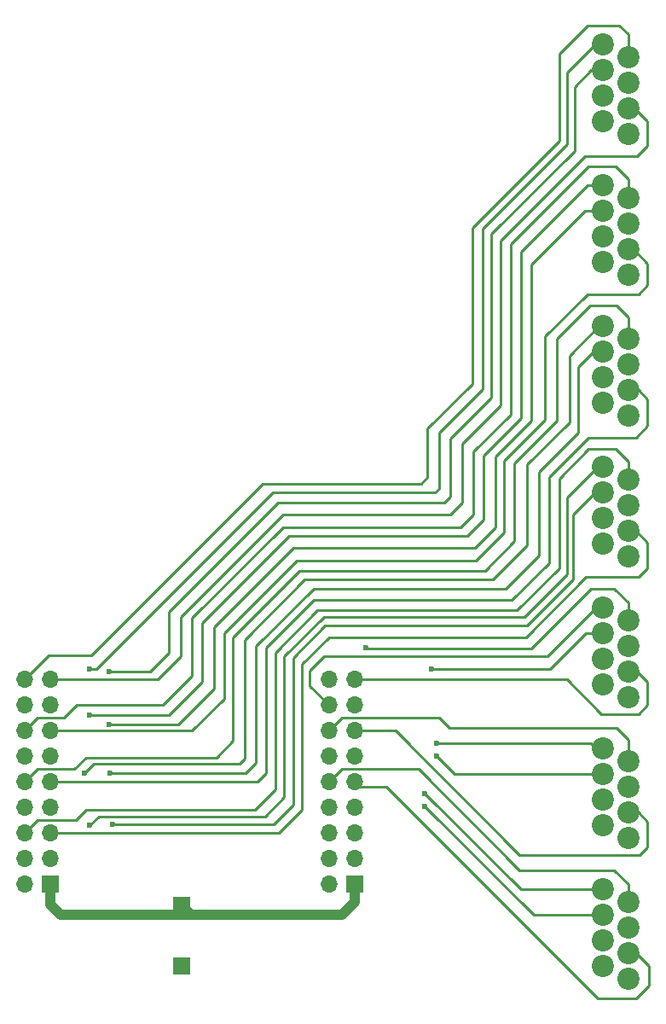
<source format=gbl>
G04 #@! TF.FileFunction,Copper,L2,Bot,Signal*
%FSLAX46Y46*%
G04 Gerber Fmt 4.6, Leading zero omitted, Abs format (unit mm)*
G04 Created by KiCad (PCBNEW 4.0.7) date 10/12/18 11:57:34*
%MOMM*%
%LPD*%
G01*
G04 APERTURE LIST*
%ADD10C,0.100000*%
%ADD11R,1.700000X1.700000*%
%ADD12O,1.700000X1.700000*%
%ADD13C,2.200000*%
%ADD14C,0.600000*%
%ADD15C,1.000000*%
%ADD16C,0.250000*%
G04 APERTURE END LIST*
D10*
D11*
X41275000Y-119316500D03*
X41275000Y-113347500D03*
X58420000Y-111252000D03*
D12*
X55880000Y-111252000D03*
X58420000Y-108712000D03*
X55880000Y-108712000D03*
X58420000Y-106172000D03*
X55880000Y-106172000D03*
X58420000Y-103632000D03*
X55880000Y-103632000D03*
X58420000Y-101092000D03*
X55880000Y-101092000D03*
X58420000Y-98552000D03*
X55880000Y-98552000D03*
X58420000Y-96012000D03*
X55880000Y-96012000D03*
X58420000Y-93472000D03*
X55880000Y-93472000D03*
X58420000Y-90932000D03*
X55880000Y-90932000D03*
D11*
X28194000Y-111252000D03*
D12*
X25654000Y-111252000D03*
X28194000Y-108712000D03*
X25654000Y-108712000D03*
X28194000Y-106172000D03*
X25654000Y-106172000D03*
X28194000Y-103632000D03*
X25654000Y-103632000D03*
X28194000Y-101092000D03*
X25654000Y-101092000D03*
X28194000Y-98552000D03*
X25654000Y-98552000D03*
X28194000Y-96012000D03*
X25654000Y-96012000D03*
X28194000Y-93472000D03*
X25654000Y-93472000D03*
X28194000Y-90932000D03*
X25654000Y-90932000D03*
D13*
X83058000Y-35560000D03*
X83058000Y-33020000D03*
X83058000Y-30480000D03*
X83058000Y-27940000D03*
X85598000Y-36830000D03*
X85598000Y-34290000D03*
X85598000Y-31750000D03*
X85598000Y-29210000D03*
X83058000Y-63500000D03*
X83058000Y-60960000D03*
X83058000Y-58420000D03*
X83058000Y-55880000D03*
X85598000Y-64770000D03*
X85598000Y-62230000D03*
X85598000Y-59690000D03*
X85598000Y-57150000D03*
X83058000Y-49530000D03*
X83058000Y-46990000D03*
X83058000Y-44450000D03*
X83058000Y-41910000D03*
X85598000Y-50800000D03*
X85598000Y-48260000D03*
X85598000Y-45720000D03*
X85598000Y-43180000D03*
X83058000Y-77470000D03*
X83058000Y-74930000D03*
X83058000Y-72390000D03*
X83058000Y-69850000D03*
X85598000Y-78740000D03*
X85598000Y-76200000D03*
X85598000Y-73660000D03*
X85598000Y-71120000D03*
X83058000Y-91440000D03*
X83058000Y-88900000D03*
X83058000Y-86360000D03*
X83058000Y-83820000D03*
X85598000Y-92710000D03*
X85598000Y-90170000D03*
X85598000Y-87630000D03*
X85598000Y-85090000D03*
X83058000Y-119380000D03*
X83058000Y-116840000D03*
X83058000Y-114300000D03*
X83058000Y-111760000D03*
X85598000Y-120650000D03*
X85598000Y-118110000D03*
X85598000Y-115570000D03*
X85598000Y-113030000D03*
X83058000Y-105410000D03*
X83058000Y-102870000D03*
X83058000Y-100330000D03*
X83058000Y-97790000D03*
X85598000Y-106680000D03*
X85598000Y-104140000D03*
X85598000Y-101600000D03*
X85598000Y-99060000D03*
D14*
X34417000Y-105283000D03*
X32131000Y-105410000D03*
X65405000Y-103505000D03*
X65405000Y-102235000D03*
X66548000Y-98552000D03*
X66548000Y-97282000D03*
X34163000Y-100203000D03*
X31623000Y-100203000D03*
X34036000Y-95377000D03*
X32131000Y-94488000D03*
X34036000Y-90170000D03*
X32131000Y-89916000D03*
X66040000Y-89916000D03*
X59563000Y-87757000D03*
D15*
X41275000Y-113347500D02*
X41275000Y-113665000D01*
X41275000Y-113665000D02*
X40640000Y-114300000D01*
X43815000Y-114300000D02*
X40640000Y-114300000D01*
X40640000Y-114300000D02*
X29210000Y-114300000D01*
X28194000Y-113284000D02*
X28194000Y-111252000D01*
X29210000Y-114300000D02*
X28194000Y-113284000D01*
X58420000Y-111252000D02*
X58420000Y-113030000D01*
X42227500Y-114300000D02*
X41275000Y-113347500D01*
X57150000Y-114300000D02*
X43815000Y-114300000D01*
X43815000Y-114300000D02*
X42227500Y-114300000D01*
X58420000Y-113030000D02*
X57150000Y-114300000D01*
D16*
X83058000Y-72390000D02*
X82296000Y-72390000D01*
X82296000Y-72390000D02*
X80137000Y-74549000D01*
X80137000Y-74549000D02*
X80137000Y-81026000D01*
X80137000Y-81026000D02*
X75565000Y-85598000D01*
X75565000Y-85598000D02*
X55499000Y-85598000D01*
X55499000Y-85598000D02*
X52324000Y-88773000D01*
X52324000Y-88773000D02*
X52324000Y-103378000D01*
X52324000Y-103378000D02*
X50419000Y-105283000D01*
X50419000Y-105283000D02*
X34417000Y-105283000D01*
X83058000Y-69850000D02*
X82550000Y-69850000D01*
X82550000Y-69850000D02*
X79502000Y-72898000D01*
X79502000Y-72898000D02*
X79502000Y-80518000D01*
X79502000Y-80518000D02*
X75311000Y-84709000D01*
X75311000Y-84709000D02*
X55372000Y-84709000D01*
X55372000Y-84709000D02*
X51435000Y-88646000D01*
X51435000Y-88646000D02*
X51435000Y-102616000D01*
X51435000Y-102616000D02*
X49530000Y-104521000D01*
X49530000Y-104521000D02*
X33020000Y-104521000D01*
X33020000Y-104521000D02*
X32131000Y-105410000D01*
X85598000Y-76200000D02*
X86360000Y-76200000D01*
X86360000Y-76200000D02*
X87503000Y-77343000D01*
X87503000Y-77343000D02*
X87503000Y-79883000D01*
X87503000Y-79883000D02*
X86614000Y-80772000D01*
X86614000Y-80772000D02*
X83312000Y-80772000D01*
X83312000Y-80772000D02*
X81407000Y-80772000D01*
X81407000Y-80772000D02*
X75438000Y-86741000D01*
X75438000Y-86741000D02*
X55880000Y-86741000D01*
X55880000Y-86741000D02*
X53213000Y-89408000D01*
X53213000Y-89408000D02*
X53213000Y-103886000D01*
X53213000Y-103886000D02*
X50927000Y-106172000D01*
X50927000Y-106172000D02*
X28194000Y-106172000D01*
X85598000Y-71120000D02*
X85598000Y-69342000D01*
X26924000Y-104902000D02*
X25654000Y-106172000D01*
X30734000Y-104902000D02*
X26924000Y-104902000D01*
X31750000Y-103886000D02*
X30734000Y-104902000D01*
X48514000Y-103886000D02*
X31750000Y-103886000D01*
X50546000Y-101854000D02*
X48514000Y-103886000D01*
X50546000Y-88265000D02*
X50546000Y-101854000D01*
X54737000Y-84074000D02*
X50546000Y-88265000D01*
X74549000Y-84074000D02*
X54737000Y-84074000D01*
X78740000Y-79883000D02*
X74549000Y-84074000D01*
X78740000Y-70993000D02*
X78740000Y-79883000D01*
X81661000Y-68072000D02*
X78740000Y-70993000D01*
X84328000Y-68072000D02*
X81661000Y-68072000D01*
X85598000Y-69342000D02*
X84328000Y-68072000D01*
X83058000Y-114300000D02*
X76200000Y-114300000D01*
X76200000Y-114300000D02*
X65405000Y-103505000D01*
X83058000Y-111760000D02*
X74930000Y-111760000D01*
X74930000Y-111760000D02*
X65405000Y-102235000D01*
X85598000Y-118110000D02*
X86360000Y-118110000D01*
X86360000Y-118110000D02*
X87630000Y-119380000D01*
X87630000Y-119380000D02*
X87630000Y-121285000D01*
X87630000Y-121285000D02*
X86360000Y-122555000D01*
X86360000Y-122555000D02*
X82550000Y-122555000D01*
X82550000Y-122555000D02*
X64770000Y-104775000D01*
X64770000Y-104775000D02*
X61595000Y-101600000D01*
X61595000Y-101600000D02*
X58928000Y-101600000D01*
X58928000Y-101600000D02*
X58420000Y-101092000D01*
X85598000Y-113030000D02*
X85598000Y-111252000D01*
X57150000Y-99822000D02*
X55880000Y-101092000D01*
X64770000Y-99822000D02*
X57150000Y-99822000D01*
X74803000Y-109855000D02*
X64770000Y-99822000D01*
X84201000Y-109855000D02*
X74803000Y-109855000D01*
X85598000Y-111252000D02*
X84201000Y-109855000D01*
X69977000Y-100330000D02*
X68326000Y-100330000D01*
X68326000Y-100330000D02*
X66548000Y-98552000D01*
X83058000Y-100330000D02*
X69977000Y-100330000D01*
X82423000Y-97790000D02*
X81915000Y-97282000D01*
X67945000Y-97282000D02*
X81915000Y-97282000D01*
X67945000Y-97282000D02*
X66548000Y-97282000D01*
X82423000Y-97790000D02*
X83058000Y-97790000D01*
X55880000Y-98552000D02*
X55880000Y-98679000D01*
X77216000Y-108331000D02*
X74803000Y-108331000D01*
X62484000Y-96012000D02*
X58420000Y-96012000D01*
X74803000Y-108331000D02*
X62484000Y-96012000D01*
X85598000Y-104140000D02*
X86614000Y-104140000D01*
X86614000Y-104140000D02*
X87503000Y-105029000D01*
X87503000Y-105029000D02*
X87503000Y-107569000D01*
X87503000Y-107569000D02*
X86741000Y-108331000D01*
X86741000Y-108331000D02*
X77216000Y-108331000D01*
X85598000Y-99060000D02*
X85598000Y-96901000D01*
X57150000Y-94742000D02*
X55880000Y-96012000D01*
X66802000Y-94742000D02*
X57150000Y-94742000D01*
X67818000Y-95758000D02*
X66802000Y-94742000D01*
X84455000Y-95758000D02*
X67818000Y-95758000D01*
X85598000Y-96901000D02*
X84455000Y-95758000D01*
X83058000Y-58420000D02*
X82169000Y-58420000D01*
X82169000Y-58420000D02*
X80645000Y-59944000D01*
X80645000Y-59944000D02*
X80645000Y-66421000D01*
X80645000Y-66421000D02*
X76708000Y-70358000D01*
X76708000Y-70358000D02*
X76708000Y-78613000D01*
X76708000Y-78613000D02*
X73406000Y-81915000D01*
X73406000Y-81915000D02*
X54356000Y-81915000D01*
X54356000Y-81915000D02*
X48641000Y-87630000D01*
X48641000Y-87630000D02*
X48641000Y-99187000D01*
X48641000Y-99187000D02*
X47625000Y-100203000D01*
X47625000Y-100203000D02*
X34163000Y-100203000D01*
X83058000Y-55880000D02*
X82677000Y-55880000D01*
X82677000Y-55880000D02*
X79756000Y-58801000D01*
X79756000Y-58801000D02*
X79756000Y-65405000D01*
X79756000Y-65405000D02*
X75565000Y-69596000D01*
X75565000Y-69596000D02*
X75565000Y-77597000D01*
X75565000Y-77597000D02*
X72136000Y-81026000D01*
X72136000Y-81026000D02*
X53467000Y-81026000D01*
X53467000Y-81026000D02*
X47498000Y-86995000D01*
X47498000Y-86995000D02*
X47498000Y-98806000D01*
X47498000Y-98806000D02*
X46990000Y-99314000D01*
X46990000Y-99314000D02*
X32512000Y-99314000D01*
X32512000Y-99314000D02*
X31623000Y-100203000D01*
X85598000Y-62230000D02*
X86614000Y-62230000D01*
X86614000Y-62230000D02*
X87503000Y-63119000D01*
X87503000Y-63119000D02*
X87503000Y-65786000D01*
X87503000Y-65786000D02*
X86360000Y-66929000D01*
X86360000Y-66929000D02*
X81661000Y-66929000D01*
X81661000Y-66929000D02*
X77724000Y-70866000D01*
X77724000Y-70866000D02*
X77724000Y-79375000D01*
X77724000Y-79375000D02*
X74041000Y-83058000D01*
X74041000Y-83058000D02*
X54356000Y-83058000D01*
X54356000Y-83058000D02*
X49657000Y-87757000D01*
X49657000Y-87757000D02*
X49657000Y-100203000D01*
X49657000Y-100203000D02*
X48768000Y-101092000D01*
X48768000Y-101092000D02*
X28194000Y-101092000D01*
X85598000Y-57150000D02*
X85598000Y-54991000D01*
X26924000Y-99822000D02*
X25654000Y-101092000D01*
X30607000Y-99822000D02*
X26924000Y-99822000D01*
X31750000Y-98679000D02*
X30607000Y-99822000D01*
X44704000Y-98679000D02*
X31750000Y-98679000D01*
X46355000Y-97028000D02*
X44704000Y-98679000D01*
X46355000Y-86741000D02*
X46355000Y-97028000D01*
X52959000Y-80137000D02*
X46355000Y-86741000D01*
X71374000Y-80137000D02*
X52959000Y-80137000D01*
X74295000Y-77216000D02*
X71374000Y-80137000D01*
X74295000Y-69469000D02*
X74295000Y-77216000D01*
X78486000Y-65278000D02*
X74295000Y-69469000D01*
X78486000Y-57150000D02*
X78486000Y-65278000D01*
X81788000Y-53848000D02*
X78486000Y-57150000D01*
X84455000Y-53848000D02*
X81788000Y-53848000D01*
X85598000Y-54991000D02*
X84455000Y-53848000D01*
X83058000Y-44450000D02*
X81280000Y-44450000D01*
X40894000Y-95377000D02*
X34036000Y-95377000D01*
X44450000Y-91821000D02*
X40894000Y-95377000D01*
X44450000Y-85725000D02*
X44450000Y-91821000D01*
X52324000Y-77851000D02*
X44450000Y-85725000D01*
X70358000Y-77851000D02*
X52324000Y-77851000D01*
X72390000Y-75819000D02*
X70358000Y-77851000D01*
X72390000Y-68834000D02*
X72390000Y-75819000D01*
X75946000Y-65278000D02*
X72390000Y-68834000D01*
X75946000Y-49784000D02*
X75946000Y-65278000D01*
X81280000Y-44450000D02*
X75946000Y-49784000D01*
X83058000Y-41910000D02*
X81534000Y-41910000D01*
X40005000Y-94488000D02*
X32131000Y-94488000D01*
X43307000Y-91186000D02*
X40005000Y-94488000D01*
X43307000Y-85344000D02*
X43307000Y-91186000D01*
X51943000Y-76708000D02*
X43307000Y-85344000D01*
X69596000Y-76708000D02*
X51943000Y-76708000D01*
X71247000Y-75057000D02*
X69596000Y-76708000D01*
X71247000Y-68707000D02*
X71247000Y-75057000D01*
X74930000Y-65024000D02*
X71247000Y-68707000D01*
X74930000Y-48514000D02*
X74930000Y-65024000D01*
X81534000Y-41910000D02*
X74930000Y-48514000D01*
X85598000Y-48260000D02*
X86106000Y-48260000D01*
X86106000Y-48260000D02*
X87503000Y-49657000D01*
X87503000Y-49657000D02*
X87503000Y-51816000D01*
X87503000Y-51816000D02*
X86614000Y-52705000D01*
X86614000Y-52705000D02*
X81534000Y-52705000D01*
X81534000Y-52705000D02*
X77343000Y-56896000D01*
X77343000Y-56896000D02*
X77343000Y-65151000D01*
X77343000Y-65151000D02*
X73279000Y-69215000D01*
X73279000Y-69215000D02*
X73279000Y-76327000D01*
X73279000Y-76327000D02*
X70485000Y-79121000D01*
X70485000Y-79121000D02*
X52705000Y-79121000D01*
X52705000Y-79121000D02*
X45466000Y-86360000D01*
X45466000Y-86360000D02*
X45466000Y-92837000D01*
X45466000Y-92837000D02*
X42291000Y-96012000D01*
X42291000Y-96012000D02*
X28194000Y-96012000D01*
X85598000Y-43180000D02*
X85598000Y-41275000D01*
X26924000Y-94742000D02*
X25654000Y-96012000D01*
X29591000Y-94742000D02*
X26924000Y-94742000D01*
X30861000Y-93472000D02*
X29591000Y-94742000D01*
X39370000Y-93472000D02*
X30861000Y-93472000D01*
X42291000Y-90551000D02*
X39370000Y-93472000D01*
X42291000Y-84836000D02*
X42291000Y-90551000D01*
X51308000Y-75819000D02*
X42291000Y-84836000D01*
X68961000Y-75819000D02*
X51308000Y-75819000D01*
X70231000Y-74549000D02*
X68961000Y-75819000D01*
X70231000Y-68326000D02*
X70231000Y-74549000D01*
X73914000Y-64643000D02*
X70231000Y-68326000D01*
X73914000Y-47752000D02*
X73914000Y-64643000D01*
X81661000Y-40005000D02*
X73914000Y-47752000D01*
X84328000Y-40005000D02*
X81661000Y-40005000D01*
X85598000Y-41275000D02*
X84328000Y-40005000D01*
X83058000Y-30480000D02*
X81915000Y-30480000D01*
X38100000Y-90170000D02*
X34036000Y-90170000D01*
X40005000Y-88265000D02*
X38100000Y-90170000D01*
X40005000Y-84201000D02*
X40005000Y-88265000D01*
X50800000Y-73406000D02*
X40005000Y-84201000D01*
X67310000Y-73406000D02*
X50800000Y-73406000D01*
X67945000Y-72771000D02*
X67310000Y-73406000D01*
X67945000Y-67056000D02*
X67945000Y-72771000D01*
X72009000Y-62992000D02*
X67945000Y-67056000D01*
X72009000Y-46736000D02*
X72009000Y-62992000D01*
X80264000Y-38481000D02*
X72009000Y-46736000D01*
X80264000Y-32131000D02*
X80264000Y-38481000D01*
X81915000Y-30480000D02*
X80264000Y-32131000D01*
X83058000Y-27940000D02*
X82296000Y-27940000D01*
X82296000Y-27940000D02*
X79502000Y-30734000D01*
X79502000Y-30734000D02*
X79502000Y-37846000D01*
X79502000Y-37846000D02*
X71120000Y-46228000D01*
X71120000Y-46228000D02*
X71120000Y-62103000D01*
X71120000Y-62103000D02*
X66802000Y-66421000D01*
X66802000Y-66421000D02*
X66802000Y-72009000D01*
X66802000Y-72009000D02*
X66421000Y-72390000D01*
X66421000Y-72390000D02*
X50292000Y-72390000D01*
X50292000Y-72390000D02*
X32766000Y-89916000D01*
X32766000Y-89916000D02*
X32131000Y-89916000D01*
X85598000Y-34290000D02*
X86233000Y-34290000D01*
X86233000Y-34290000D02*
X87503000Y-35560000D01*
X87503000Y-35560000D02*
X87503000Y-37973000D01*
X87503000Y-37973000D02*
X86487000Y-38989000D01*
X86487000Y-38989000D02*
X81280000Y-38989000D01*
X81280000Y-38989000D02*
X72898000Y-47371000D01*
X72898000Y-47371000D02*
X72898000Y-63754000D01*
X72898000Y-63754000D02*
X69088000Y-67564000D01*
X69088000Y-67564000D02*
X69088000Y-73406000D01*
X69088000Y-73406000D02*
X67945000Y-74549000D01*
X67945000Y-74549000D02*
X51308000Y-74549000D01*
X51308000Y-74549000D02*
X41148000Y-84709000D01*
X41148000Y-84709000D02*
X41148000Y-88646000D01*
X41148000Y-88646000D02*
X38862000Y-90932000D01*
X38862000Y-90932000D02*
X28194000Y-90932000D01*
X85598000Y-29210000D02*
X85598000Y-26924000D01*
X28067000Y-88519000D02*
X25654000Y-90932000D01*
X32258000Y-88519000D02*
X28067000Y-88519000D01*
X49276000Y-71501000D02*
X32258000Y-88519000D01*
X65024000Y-71501000D02*
X49276000Y-71501000D01*
X65659000Y-70866000D02*
X65024000Y-71501000D01*
X65659000Y-66040000D02*
X65659000Y-70866000D01*
X70104000Y-61595000D02*
X65659000Y-66040000D01*
X70104000Y-46101000D02*
X70104000Y-61595000D01*
X78740000Y-37465000D02*
X70104000Y-46101000D01*
X78740000Y-28829000D02*
X78740000Y-37465000D01*
X81534000Y-26035000D02*
X78740000Y-28829000D01*
X84709000Y-26035000D02*
X81534000Y-26035000D01*
X85598000Y-26924000D02*
X84709000Y-26035000D01*
X83058000Y-86360000D02*
X81407000Y-86360000D01*
X77851000Y-89916000D02*
X66040000Y-89916000D01*
X81407000Y-86360000D02*
X77851000Y-89916000D01*
X83058000Y-83820000D02*
X82423000Y-83820000D01*
X82423000Y-83820000D02*
X77597000Y-88646000D01*
X77597000Y-88646000D02*
X55372000Y-88646000D01*
X55372000Y-88646000D02*
X53975000Y-90043000D01*
X53975000Y-90043000D02*
X53975000Y-91567000D01*
X53975000Y-91567000D02*
X55880000Y-93472000D01*
X85598000Y-90170000D02*
X86487000Y-90170000D01*
X86487000Y-90170000D02*
X87503000Y-91186000D01*
X87503000Y-91186000D02*
X87503000Y-93472000D01*
X87503000Y-93472000D02*
X86614000Y-94361000D01*
X86614000Y-94361000D02*
X82931000Y-94361000D01*
X82931000Y-94361000D02*
X79502000Y-90932000D01*
X79502000Y-90932000D02*
X58420000Y-90932000D01*
X85598000Y-85090000D02*
X85598000Y-83312000D01*
X59690000Y-87884000D02*
X59563000Y-87757000D01*
X75946000Y-87884000D02*
X59690000Y-87884000D01*
X81915000Y-81915000D02*
X75946000Y-87884000D01*
X84201000Y-81915000D02*
X81915000Y-81915000D01*
X85598000Y-83312000D02*
X84201000Y-81915000D01*
M02*

</source>
